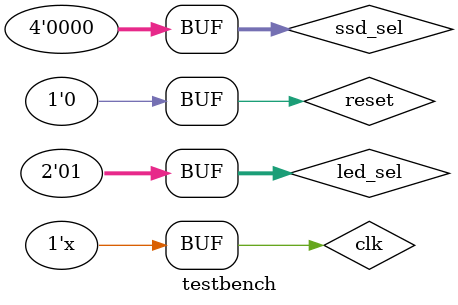
<source format=v>


module testbench;

    
    reg clk, reset;
    reg [1:0] led_sel;
    reg [3:0] ssd_sel;
    wire [7:0] leds; 
    wire [12:0] ssd;
    
    parameter Period = 10;
    
    processor_main RISV_V_MINA_SHERIF_PROCESSOR (clk, reset, led_sel, ssd_sel, leds, ssd);
    
    
    initial begin
        clk = 0;
        reset = 1;
        led_sel = 2'b01;
        ssd_sel = 0;
        #(10*Period) reset = 0;
   
    end
    
    
    always #(Period/2) clk = ~clk;



endmodule

</source>
